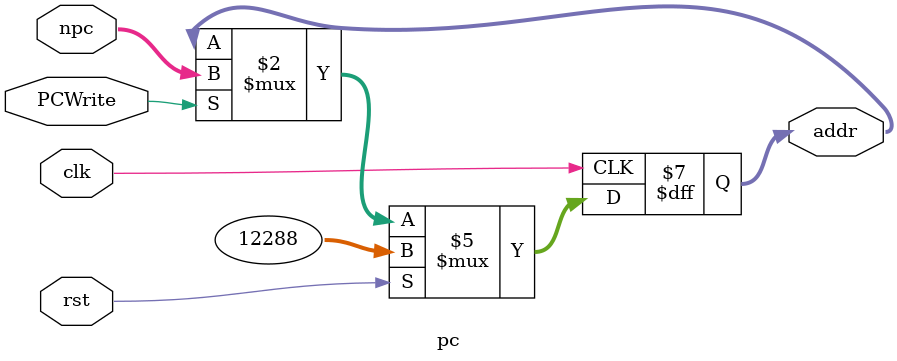
<source format=v>
`timescale 1ns / 1ps


module pc( input clk,
           input rst,PCWrite,
           input [31:0]npc,
           output reg[31:0]addr);
           always @(posedge clk )
           begin 
               if(rst)  
                    addr <= 32'b11_0000_0000_0000; 
               else if (PCWrite)
                    addr <= npc;
           end
           
endmodule


</source>
